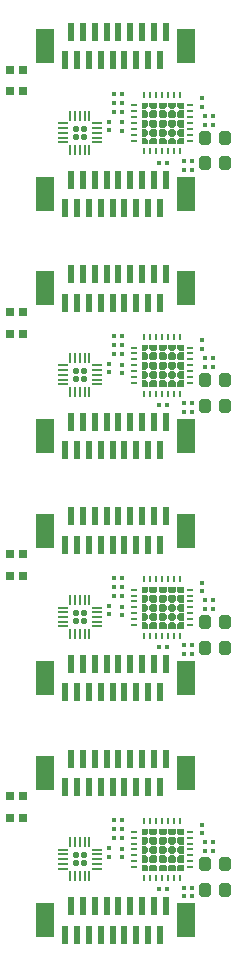
<source format=gbr>
%TF.GenerationSoftware,KiCad,Pcbnew,7.0.2-6a45011f42~172~ubuntu22.04.1*%
%TF.CreationDate,2023-05-08T14:44:33+01:00*%
%TF.ProjectId,panel,70616e65-6c2e-46b6-9963-61645f706362,rev?*%
%TF.SameCoordinates,Original*%
%TF.FileFunction,Paste,Top*%
%TF.FilePolarity,Positive*%
%FSLAX46Y46*%
G04 Gerber Fmt 4.6, Leading zero omitted, Abs format (unit mm)*
G04 Created by KiCad (PCBNEW 7.0.2-6a45011f42~172~ubuntu22.04.1) date 2023-05-08 14:44:33*
%MOMM*%
%LPD*%
G01*
G04 APERTURE LIST*
G04 Aperture macros list*
%AMRoundRect*
0 Rectangle with rounded corners*
0 $1 Rounding radius*
0 $2 $3 $4 $5 $6 $7 $8 $9 X,Y pos of 4 corners*
0 Add a 4 corners polygon primitive as box body*
4,1,4,$2,$3,$4,$5,$6,$7,$8,$9,$2,$3,0*
0 Add four circle primitives for the rounded corners*
1,1,$1+$1,$2,$3*
1,1,$1+$1,$4,$5*
1,1,$1+$1,$6,$7*
1,1,$1+$1,$8,$9*
0 Add four rect primitives between the rounded corners*
20,1,$1+$1,$2,$3,$4,$5,0*
20,1,$1+$1,$4,$5,$6,$7,0*
20,1,$1+$1,$6,$7,$8,$9,0*
20,1,$1+$1,$8,$9,$2,$3,0*%
G04 Aperture macros list end*
%ADD10C,0.100000*%
%ADD11R,0.500000X1.600000*%
%ADD12R,1.500000X2.900000*%
%ADD13RoundRect,0.125000X0.125000X0.125000X-0.125000X0.125000X-0.125000X-0.125000X0.125000X-0.125000X0*%
%ADD14RoundRect,0.050000X0.375000X0.050000X-0.375000X0.050000X-0.375000X-0.050000X0.375000X-0.050000X0*%
%ADD15RoundRect,0.050000X0.050000X0.375000X-0.050000X0.375000X-0.050000X-0.375000X0.050000X-0.375000X0*%
%ADD16RoundRect,0.079500X0.079500X0.100500X-0.079500X0.100500X-0.079500X-0.100500X0.079500X-0.100500X0*%
%ADD17R,0.250000X0.600000*%
%ADD18R,0.600000X0.250000*%
%ADD19RoundRect,0.079500X-0.079500X-0.100500X0.079500X-0.100500X0.079500X0.100500X-0.079500X0.100500X0*%
%ADD20R,0.700000X0.700000*%
%ADD21RoundRect,0.079500X0.100500X-0.079500X0.100500X0.079500X-0.100500X0.079500X-0.100500X-0.079500X0*%
%ADD22RoundRect,0.079500X-0.100500X0.079500X-0.100500X-0.079500X0.100500X-0.079500X0.100500X0.079500X0*%
%ADD23RoundRect,0.237500X0.237500X0.362500X-0.237500X0.362500X-0.237500X-0.362500X0.237500X-0.362500X0*%
%ADD24RoundRect,0.237500X-0.237500X0.362500X-0.237500X-0.362500X0.237500X-0.362500X0.237500X0.362500X0*%
G04 APERTURE END LIST*
%TO.C,U1*%
D10*
X23675071Y-35718902D02*
X23372522Y-35718902D01*
X23231101Y-35577481D01*
X23231101Y-35274932D01*
X23675071Y-35274932D01*
X23675071Y-35718902D01*
G36*
X23675071Y-35718902D02*
G01*
X23372522Y-35718902D01*
X23231101Y-35577481D01*
X23231101Y-35274932D01*
X23675071Y-35274932D01*
X23675071Y-35718902D01*
G37*
X20668901Y-35577481D02*
X20527480Y-35718902D01*
X20224931Y-35718902D01*
X20224931Y-35274932D01*
X20668901Y-35274932D01*
X20668901Y-35577481D01*
G36*
X20668901Y-35577481D02*
G01*
X20527480Y-35718902D01*
X20224931Y-35718902D01*
X20224931Y-35274932D01*
X20668901Y-35274932D01*
X20668901Y-35577481D01*
G37*
X23675071Y-38725072D02*
X23231101Y-38725072D01*
X23231101Y-38422523D01*
X23372522Y-38281102D01*
X23675071Y-38281102D01*
X23675071Y-38725072D01*
G36*
X23675071Y-38725072D02*
G01*
X23231101Y-38725072D01*
X23231101Y-38422523D01*
X23372522Y-38281102D01*
X23675071Y-38281102D01*
X23675071Y-38725072D01*
G37*
X20668901Y-38422523D02*
X20668901Y-38725072D01*
X20224931Y-38725072D01*
X20224931Y-38281102D01*
X20527480Y-38281102D01*
X20668901Y-38422523D01*
G36*
X20668901Y-38422523D02*
G01*
X20668901Y-38725072D01*
X20224931Y-38725072D01*
X20224931Y-38281102D01*
X20527480Y-38281102D01*
X20668901Y-38422523D01*
G37*
X23031101Y-35577481D02*
X22889680Y-35718902D01*
X22585122Y-35718902D01*
X22443701Y-35577481D01*
X22443701Y-35274932D01*
X23031101Y-35274932D01*
X23031101Y-35577481D01*
G36*
X23031101Y-35577481D02*
G01*
X22889680Y-35718902D01*
X22585122Y-35718902D01*
X22443701Y-35577481D01*
X22443701Y-35274932D01*
X23031101Y-35274932D01*
X23031101Y-35577481D01*
G37*
X22243701Y-35577481D02*
X22102280Y-35718902D01*
X21797722Y-35718902D01*
X21656301Y-35577481D01*
X21656301Y-35274932D01*
X22243701Y-35274932D01*
X22243701Y-35577481D01*
G36*
X22243701Y-35577481D02*
G01*
X22102280Y-35718902D01*
X21797722Y-35718902D01*
X21656301Y-35577481D01*
X21656301Y-35274932D01*
X22243701Y-35274932D01*
X22243701Y-35577481D01*
G37*
X21456301Y-35577481D02*
X21314880Y-35718902D01*
X21010322Y-35718902D01*
X20868901Y-35577481D01*
X20868901Y-35274932D01*
X21456301Y-35274932D01*
X21456301Y-35577481D01*
G36*
X21456301Y-35577481D02*
G01*
X21314880Y-35718902D01*
X21010322Y-35718902D01*
X20868901Y-35577481D01*
X20868901Y-35274932D01*
X21456301Y-35274932D01*
X21456301Y-35577481D01*
G37*
X23675071Y-36506302D02*
X23372522Y-36506302D01*
X23231101Y-36364881D01*
X23231101Y-36060323D01*
X23372522Y-35918902D01*
X23675071Y-35918902D01*
X23675071Y-36506302D01*
G36*
X23675071Y-36506302D02*
G01*
X23372522Y-36506302D01*
X23231101Y-36364881D01*
X23231101Y-36060323D01*
X23372522Y-35918902D01*
X23675071Y-35918902D01*
X23675071Y-36506302D01*
G37*
X20668901Y-36060323D02*
X20668901Y-36364881D01*
X20527480Y-36506302D01*
X20224931Y-36506302D01*
X20224931Y-35918902D01*
X20527480Y-35918902D01*
X20668901Y-36060323D01*
G36*
X20668901Y-36060323D02*
G01*
X20668901Y-36364881D01*
X20527480Y-36506302D01*
X20224931Y-36506302D01*
X20224931Y-35918902D01*
X20527480Y-35918902D01*
X20668901Y-36060323D01*
G37*
X23675071Y-37293702D02*
X23372522Y-37293702D01*
X23231101Y-37152281D01*
X23231101Y-36847723D01*
X23372522Y-36706302D01*
X23675071Y-36706302D01*
X23675071Y-37293702D01*
G36*
X23675071Y-37293702D02*
G01*
X23372522Y-37293702D01*
X23231101Y-37152281D01*
X23231101Y-36847723D01*
X23372522Y-36706302D01*
X23675071Y-36706302D01*
X23675071Y-37293702D01*
G37*
X20668901Y-36847723D02*
X20668901Y-37152281D01*
X20527480Y-37293702D01*
X20224931Y-37293702D01*
X20224931Y-36706302D01*
X20527480Y-36706302D01*
X20668901Y-36847723D01*
G36*
X20668901Y-36847723D02*
G01*
X20668901Y-37152281D01*
X20527480Y-37293702D01*
X20224931Y-37293702D01*
X20224931Y-36706302D01*
X20527480Y-36706302D01*
X20668901Y-36847723D01*
G37*
X23675071Y-38081102D02*
X23372522Y-38081102D01*
X23231101Y-37939681D01*
X23231101Y-37635123D01*
X23372522Y-37493702D01*
X23675071Y-37493702D01*
X23675071Y-38081102D01*
G36*
X23675071Y-38081102D02*
G01*
X23372522Y-38081102D01*
X23231101Y-37939681D01*
X23231101Y-37635123D01*
X23372522Y-37493702D01*
X23675071Y-37493702D01*
X23675071Y-38081102D01*
G37*
X20668901Y-37635123D02*
X20668901Y-37939681D01*
X20527480Y-38081102D01*
X20224931Y-38081102D01*
X20224931Y-37493702D01*
X20527480Y-37493702D01*
X20668901Y-37635123D01*
G36*
X20668901Y-37635123D02*
G01*
X20668901Y-37939681D01*
X20527480Y-38081102D01*
X20224931Y-38081102D01*
X20224931Y-37493702D01*
X20527480Y-37493702D01*
X20668901Y-37635123D01*
G37*
X23031101Y-38422523D02*
X23031101Y-38725072D01*
X22443701Y-38725072D01*
X22443701Y-38422523D01*
X22585122Y-38281102D01*
X22889680Y-38281102D01*
X23031101Y-38422523D01*
G36*
X23031101Y-38422523D02*
G01*
X23031101Y-38725072D01*
X22443701Y-38725072D01*
X22443701Y-38422523D01*
X22585122Y-38281102D01*
X22889680Y-38281102D01*
X23031101Y-38422523D01*
G37*
X22243701Y-38422523D02*
X22243701Y-38725072D01*
X21656301Y-38725072D01*
X21656301Y-38422523D01*
X21797722Y-38281102D01*
X22102280Y-38281102D01*
X22243701Y-38422523D01*
G36*
X22243701Y-38422523D02*
G01*
X22243701Y-38725072D01*
X21656301Y-38725072D01*
X21656301Y-38422523D01*
X21797722Y-38281102D01*
X22102280Y-38281102D01*
X22243701Y-38422523D01*
G37*
X21456301Y-38422523D02*
X21456301Y-38725072D01*
X20868901Y-38725072D01*
X20868901Y-38422523D01*
X21010322Y-38281102D01*
X21314880Y-38281102D01*
X21456301Y-38422523D01*
G36*
X21456301Y-38422523D02*
G01*
X21456301Y-38725072D01*
X20868901Y-38725072D01*
X20868901Y-38422523D01*
X21010322Y-38281102D01*
X21314880Y-38281102D01*
X21456301Y-38422523D01*
G37*
X23031101Y-36060323D02*
X23031101Y-36364881D01*
X22889680Y-36506302D01*
X22585122Y-36506302D01*
X22443701Y-36364881D01*
X22443701Y-36060323D01*
X22585122Y-35918902D01*
X22889680Y-35918902D01*
X23031101Y-36060323D01*
G36*
X23031101Y-36060323D02*
G01*
X23031101Y-36364881D01*
X22889680Y-36506302D01*
X22585122Y-36506302D01*
X22443701Y-36364881D01*
X22443701Y-36060323D01*
X22585122Y-35918902D01*
X22889680Y-35918902D01*
X23031101Y-36060323D01*
G37*
X22243701Y-36060323D02*
X22243701Y-36364881D01*
X22102280Y-36506302D01*
X21797722Y-36506302D01*
X21656301Y-36364881D01*
X21656301Y-36060323D01*
X21797722Y-35918902D01*
X22102280Y-35918902D01*
X22243701Y-36060323D01*
G36*
X22243701Y-36060323D02*
G01*
X22243701Y-36364881D01*
X22102280Y-36506302D01*
X21797722Y-36506302D01*
X21656301Y-36364881D01*
X21656301Y-36060323D01*
X21797722Y-35918902D01*
X22102280Y-35918902D01*
X22243701Y-36060323D01*
G37*
X21456301Y-36060323D02*
X21456301Y-36364881D01*
X21314880Y-36506302D01*
X21010322Y-36506302D01*
X20868901Y-36364881D01*
X20868901Y-36060323D01*
X21010322Y-35918902D01*
X21314880Y-35918902D01*
X21456301Y-36060323D01*
G36*
X21456301Y-36060323D02*
G01*
X21456301Y-36364881D01*
X21314880Y-36506302D01*
X21010322Y-36506302D01*
X20868901Y-36364881D01*
X20868901Y-36060323D01*
X21010322Y-35918902D01*
X21314880Y-35918902D01*
X21456301Y-36060323D01*
G37*
X23031101Y-36847723D02*
X23031101Y-37152281D01*
X22889680Y-37293702D01*
X22585122Y-37293702D01*
X22443701Y-37152281D01*
X22443701Y-36847723D01*
X22585122Y-36706302D01*
X22889680Y-36706302D01*
X23031101Y-36847723D01*
G36*
X23031101Y-36847723D02*
G01*
X23031101Y-37152281D01*
X22889680Y-37293702D01*
X22585122Y-37293702D01*
X22443701Y-37152281D01*
X22443701Y-36847723D01*
X22585122Y-36706302D01*
X22889680Y-36706302D01*
X23031101Y-36847723D01*
G37*
X22243701Y-36847723D02*
X22243701Y-37152281D01*
X22102280Y-37293702D01*
X21797722Y-37293702D01*
X21656301Y-37152281D01*
X21656301Y-36847723D01*
X21797722Y-36706302D01*
X22102280Y-36706302D01*
X22243701Y-36847723D01*
G36*
X22243701Y-36847723D02*
G01*
X22243701Y-37152281D01*
X22102280Y-37293702D01*
X21797722Y-37293702D01*
X21656301Y-37152281D01*
X21656301Y-36847723D01*
X21797722Y-36706302D01*
X22102280Y-36706302D01*
X22243701Y-36847723D01*
G37*
X21456301Y-36847723D02*
X21456301Y-37152281D01*
X21314880Y-37293702D01*
X21010322Y-37293702D01*
X20868901Y-37152281D01*
X20868901Y-36847723D01*
X21010322Y-36706302D01*
X21314880Y-36706302D01*
X21456301Y-36847723D01*
G36*
X21456301Y-36847723D02*
G01*
X21456301Y-37152281D01*
X21314880Y-37293702D01*
X21010322Y-37293702D01*
X20868901Y-37152281D01*
X20868901Y-36847723D01*
X21010322Y-36706302D01*
X21314880Y-36706302D01*
X21456301Y-36847723D01*
G37*
X23031101Y-37635123D02*
X23031101Y-37939681D01*
X22889680Y-38081102D01*
X22585122Y-38081102D01*
X22443701Y-37939681D01*
X22443701Y-37635123D01*
X22585122Y-37493702D01*
X22889680Y-37493702D01*
X23031101Y-37635123D01*
G36*
X23031101Y-37635123D02*
G01*
X23031101Y-37939681D01*
X22889680Y-38081102D01*
X22585122Y-38081102D01*
X22443701Y-37939681D01*
X22443701Y-37635123D01*
X22585122Y-37493702D01*
X22889680Y-37493702D01*
X23031101Y-37635123D01*
G37*
X22243701Y-37635123D02*
X22243701Y-37939681D01*
X22102280Y-38081102D01*
X21797722Y-38081102D01*
X21656301Y-37939681D01*
X21656301Y-37635123D01*
X21797722Y-37493702D01*
X22102280Y-37493702D01*
X22243701Y-37635123D01*
G36*
X22243701Y-37635123D02*
G01*
X22243701Y-37939681D01*
X22102280Y-38081102D01*
X21797722Y-38081102D01*
X21656301Y-37939681D01*
X21656301Y-37635123D01*
X21797722Y-37493702D01*
X22102280Y-37493702D01*
X22243701Y-37635123D01*
G37*
X21456301Y-37635123D02*
X21456301Y-37939681D01*
X21314880Y-38081102D01*
X21010322Y-38081102D01*
X20868901Y-37939681D01*
X20868901Y-37635123D01*
X21010322Y-37493702D01*
X21314880Y-37493702D01*
X21456301Y-37635123D01*
G36*
X21456301Y-37635123D02*
G01*
X21456301Y-37939681D01*
X21314880Y-38081102D01*
X21010322Y-38081102D01*
X20868901Y-37939681D01*
X20868901Y-37635123D01*
X21010322Y-37493702D01*
X21314880Y-37493702D01*
X21456301Y-37635123D01*
G37*
X23675071Y-56218903D02*
X23372522Y-56218903D01*
X23231101Y-56077482D01*
X23231101Y-55774933D01*
X23675071Y-55774933D01*
X23675071Y-56218903D01*
G36*
X23675071Y-56218903D02*
G01*
X23372522Y-56218903D01*
X23231101Y-56077482D01*
X23231101Y-55774933D01*
X23675071Y-55774933D01*
X23675071Y-56218903D01*
G37*
X20668901Y-56077482D02*
X20527480Y-56218903D01*
X20224931Y-56218903D01*
X20224931Y-55774933D01*
X20668901Y-55774933D01*
X20668901Y-56077482D01*
G36*
X20668901Y-56077482D02*
G01*
X20527480Y-56218903D01*
X20224931Y-56218903D01*
X20224931Y-55774933D01*
X20668901Y-55774933D01*
X20668901Y-56077482D01*
G37*
X23675071Y-59225073D02*
X23231101Y-59225073D01*
X23231101Y-58922524D01*
X23372522Y-58781103D01*
X23675071Y-58781103D01*
X23675071Y-59225073D01*
G36*
X23675071Y-59225073D02*
G01*
X23231101Y-59225073D01*
X23231101Y-58922524D01*
X23372522Y-58781103D01*
X23675071Y-58781103D01*
X23675071Y-59225073D01*
G37*
X20668901Y-58922524D02*
X20668901Y-59225073D01*
X20224931Y-59225073D01*
X20224931Y-58781103D01*
X20527480Y-58781103D01*
X20668901Y-58922524D01*
G36*
X20668901Y-58922524D02*
G01*
X20668901Y-59225073D01*
X20224931Y-59225073D01*
X20224931Y-58781103D01*
X20527480Y-58781103D01*
X20668901Y-58922524D01*
G37*
X23031101Y-56077482D02*
X22889680Y-56218903D01*
X22585122Y-56218903D01*
X22443701Y-56077482D01*
X22443701Y-55774933D01*
X23031101Y-55774933D01*
X23031101Y-56077482D01*
G36*
X23031101Y-56077482D02*
G01*
X22889680Y-56218903D01*
X22585122Y-56218903D01*
X22443701Y-56077482D01*
X22443701Y-55774933D01*
X23031101Y-55774933D01*
X23031101Y-56077482D01*
G37*
X22243701Y-56077482D02*
X22102280Y-56218903D01*
X21797722Y-56218903D01*
X21656301Y-56077482D01*
X21656301Y-55774933D01*
X22243701Y-55774933D01*
X22243701Y-56077482D01*
G36*
X22243701Y-56077482D02*
G01*
X22102280Y-56218903D01*
X21797722Y-56218903D01*
X21656301Y-56077482D01*
X21656301Y-55774933D01*
X22243701Y-55774933D01*
X22243701Y-56077482D01*
G37*
X21456301Y-56077482D02*
X21314880Y-56218903D01*
X21010322Y-56218903D01*
X20868901Y-56077482D01*
X20868901Y-55774933D01*
X21456301Y-55774933D01*
X21456301Y-56077482D01*
G36*
X21456301Y-56077482D02*
G01*
X21314880Y-56218903D01*
X21010322Y-56218903D01*
X20868901Y-56077482D01*
X20868901Y-55774933D01*
X21456301Y-55774933D01*
X21456301Y-56077482D01*
G37*
X23675071Y-57006303D02*
X23372522Y-57006303D01*
X23231101Y-56864882D01*
X23231101Y-56560324D01*
X23372522Y-56418903D01*
X23675071Y-56418903D01*
X23675071Y-57006303D01*
G36*
X23675071Y-57006303D02*
G01*
X23372522Y-57006303D01*
X23231101Y-56864882D01*
X23231101Y-56560324D01*
X23372522Y-56418903D01*
X23675071Y-56418903D01*
X23675071Y-57006303D01*
G37*
X20668901Y-56560324D02*
X20668901Y-56864882D01*
X20527480Y-57006303D01*
X20224931Y-57006303D01*
X20224931Y-56418903D01*
X20527480Y-56418903D01*
X20668901Y-56560324D01*
G36*
X20668901Y-56560324D02*
G01*
X20668901Y-56864882D01*
X20527480Y-57006303D01*
X20224931Y-57006303D01*
X20224931Y-56418903D01*
X20527480Y-56418903D01*
X20668901Y-56560324D01*
G37*
X23675071Y-57793703D02*
X23372522Y-57793703D01*
X23231101Y-57652282D01*
X23231101Y-57347724D01*
X23372522Y-57206303D01*
X23675071Y-57206303D01*
X23675071Y-57793703D01*
G36*
X23675071Y-57793703D02*
G01*
X23372522Y-57793703D01*
X23231101Y-57652282D01*
X23231101Y-57347724D01*
X23372522Y-57206303D01*
X23675071Y-57206303D01*
X23675071Y-57793703D01*
G37*
X20668901Y-57347724D02*
X20668901Y-57652282D01*
X20527480Y-57793703D01*
X20224931Y-57793703D01*
X20224931Y-57206303D01*
X20527480Y-57206303D01*
X20668901Y-57347724D01*
G36*
X20668901Y-57347724D02*
G01*
X20668901Y-57652282D01*
X20527480Y-57793703D01*
X20224931Y-57793703D01*
X20224931Y-57206303D01*
X20527480Y-57206303D01*
X20668901Y-57347724D01*
G37*
X23675071Y-58581103D02*
X23372522Y-58581103D01*
X23231101Y-58439682D01*
X23231101Y-58135124D01*
X23372522Y-57993703D01*
X23675071Y-57993703D01*
X23675071Y-58581103D01*
G36*
X23675071Y-58581103D02*
G01*
X23372522Y-58581103D01*
X23231101Y-58439682D01*
X23231101Y-58135124D01*
X23372522Y-57993703D01*
X23675071Y-57993703D01*
X23675071Y-58581103D01*
G37*
X20668901Y-58135124D02*
X20668901Y-58439682D01*
X20527480Y-58581103D01*
X20224931Y-58581103D01*
X20224931Y-57993703D01*
X20527480Y-57993703D01*
X20668901Y-58135124D01*
G36*
X20668901Y-58135124D02*
G01*
X20668901Y-58439682D01*
X20527480Y-58581103D01*
X20224931Y-58581103D01*
X20224931Y-57993703D01*
X20527480Y-57993703D01*
X20668901Y-58135124D01*
G37*
X23031101Y-58922524D02*
X23031101Y-59225073D01*
X22443701Y-59225073D01*
X22443701Y-58922524D01*
X22585122Y-58781103D01*
X22889680Y-58781103D01*
X23031101Y-58922524D01*
G36*
X23031101Y-58922524D02*
G01*
X23031101Y-59225073D01*
X22443701Y-59225073D01*
X22443701Y-58922524D01*
X22585122Y-58781103D01*
X22889680Y-58781103D01*
X23031101Y-58922524D01*
G37*
X22243701Y-58922524D02*
X22243701Y-59225073D01*
X21656301Y-59225073D01*
X21656301Y-58922524D01*
X21797722Y-58781103D01*
X22102280Y-58781103D01*
X22243701Y-58922524D01*
G36*
X22243701Y-58922524D02*
G01*
X22243701Y-59225073D01*
X21656301Y-59225073D01*
X21656301Y-58922524D01*
X21797722Y-58781103D01*
X22102280Y-58781103D01*
X22243701Y-58922524D01*
G37*
X21456301Y-58922524D02*
X21456301Y-59225073D01*
X20868901Y-59225073D01*
X20868901Y-58922524D01*
X21010322Y-58781103D01*
X21314880Y-58781103D01*
X21456301Y-58922524D01*
G36*
X21456301Y-58922524D02*
G01*
X21456301Y-59225073D01*
X20868901Y-59225073D01*
X20868901Y-58922524D01*
X21010322Y-58781103D01*
X21314880Y-58781103D01*
X21456301Y-58922524D01*
G37*
X23031101Y-56560324D02*
X23031101Y-56864882D01*
X22889680Y-57006303D01*
X22585122Y-57006303D01*
X22443701Y-56864882D01*
X22443701Y-56560324D01*
X22585122Y-56418903D01*
X22889680Y-56418903D01*
X23031101Y-56560324D01*
G36*
X23031101Y-56560324D02*
G01*
X23031101Y-56864882D01*
X22889680Y-57006303D01*
X22585122Y-57006303D01*
X22443701Y-56864882D01*
X22443701Y-56560324D01*
X22585122Y-56418903D01*
X22889680Y-56418903D01*
X23031101Y-56560324D01*
G37*
X22243701Y-56560324D02*
X22243701Y-56864882D01*
X22102280Y-57006303D01*
X21797722Y-57006303D01*
X21656301Y-56864882D01*
X21656301Y-56560324D01*
X21797722Y-56418903D01*
X22102280Y-56418903D01*
X22243701Y-56560324D01*
G36*
X22243701Y-56560324D02*
G01*
X22243701Y-56864882D01*
X22102280Y-57006303D01*
X21797722Y-57006303D01*
X21656301Y-56864882D01*
X21656301Y-56560324D01*
X21797722Y-56418903D01*
X22102280Y-56418903D01*
X22243701Y-56560324D01*
G37*
X21456301Y-56560324D02*
X21456301Y-56864882D01*
X21314880Y-57006303D01*
X21010322Y-57006303D01*
X20868901Y-56864882D01*
X20868901Y-56560324D01*
X21010322Y-56418903D01*
X21314880Y-56418903D01*
X21456301Y-56560324D01*
G36*
X21456301Y-56560324D02*
G01*
X21456301Y-56864882D01*
X21314880Y-57006303D01*
X21010322Y-57006303D01*
X20868901Y-56864882D01*
X20868901Y-56560324D01*
X21010322Y-56418903D01*
X21314880Y-56418903D01*
X21456301Y-56560324D01*
G37*
X23031101Y-57347724D02*
X23031101Y-57652282D01*
X22889680Y-57793703D01*
X22585122Y-57793703D01*
X22443701Y-57652282D01*
X22443701Y-57347724D01*
X22585122Y-57206303D01*
X22889680Y-57206303D01*
X23031101Y-57347724D01*
G36*
X23031101Y-57347724D02*
G01*
X23031101Y-57652282D01*
X22889680Y-57793703D01*
X22585122Y-57793703D01*
X22443701Y-57652282D01*
X22443701Y-57347724D01*
X22585122Y-57206303D01*
X22889680Y-57206303D01*
X23031101Y-57347724D01*
G37*
X22243701Y-57347724D02*
X22243701Y-57652282D01*
X22102280Y-57793703D01*
X21797722Y-57793703D01*
X21656301Y-57652282D01*
X21656301Y-57347724D01*
X21797722Y-57206303D01*
X22102280Y-57206303D01*
X22243701Y-57347724D01*
G36*
X22243701Y-57347724D02*
G01*
X22243701Y-57652282D01*
X22102280Y-57793703D01*
X21797722Y-57793703D01*
X21656301Y-57652282D01*
X21656301Y-57347724D01*
X21797722Y-57206303D01*
X22102280Y-57206303D01*
X22243701Y-57347724D01*
G37*
X21456301Y-57347724D02*
X21456301Y-57652282D01*
X21314880Y-57793703D01*
X21010322Y-57793703D01*
X20868901Y-57652282D01*
X20868901Y-57347724D01*
X21010322Y-57206303D01*
X21314880Y-57206303D01*
X21456301Y-57347724D01*
G36*
X21456301Y-57347724D02*
G01*
X21456301Y-57652282D01*
X21314880Y-57793703D01*
X21010322Y-57793703D01*
X20868901Y-57652282D01*
X20868901Y-57347724D01*
X21010322Y-57206303D01*
X21314880Y-57206303D01*
X21456301Y-57347724D01*
G37*
X23031101Y-58135124D02*
X23031101Y-58439682D01*
X22889680Y-58581103D01*
X22585122Y-58581103D01*
X22443701Y-58439682D01*
X22443701Y-58135124D01*
X22585122Y-57993703D01*
X22889680Y-57993703D01*
X23031101Y-58135124D01*
G36*
X23031101Y-58135124D02*
G01*
X23031101Y-58439682D01*
X22889680Y-58581103D01*
X22585122Y-58581103D01*
X22443701Y-58439682D01*
X22443701Y-58135124D01*
X22585122Y-57993703D01*
X22889680Y-57993703D01*
X23031101Y-58135124D01*
G37*
X22243701Y-58135124D02*
X22243701Y-58439682D01*
X22102280Y-58581103D01*
X21797722Y-58581103D01*
X21656301Y-58439682D01*
X21656301Y-58135124D01*
X21797722Y-57993703D01*
X22102280Y-57993703D01*
X22243701Y-58135124D01*
G36*
X22243701Y-58135124D02*
G01*
X22243701Y-58439682D01*
X22102280Y-58581103D01*
X21797722Y-58581103D01*
X21656301Y-58439682D01*
X21656301Y-58135124D01*
X21797722Y-57993703D01*
X22102280Y-57993703D01*
X22243701Y-58135124D01*
G37*
X21456301Y-58135124D02*
X21456301Y-58439682D01*
X21314880Y-58581103D01*
X21010322Y-58581103D01*
X20868901Y-58439682D01*
X20868901Y-58135124D01*
X21010322Y-57993703D01*
X21314880Y-57993703D01*
X21456301Y-58135124D01*
G36*
X21456301Y-58135124D02*
G01*
X21456301Y-58439682D01*
X21314880Y-58581103D01*
X21010322Y-58581103D01*
X20868901Y-58439682D01*
X20868901Y-58135124D01*
X21010322Y-57993703D01*
X21314880Y-57993703D01*
X21456301Y-58135124D01*
G37*
X23675071Y-76718904D02*
X23372522Y-76718904D01*
X23231101Y-76577483D01*
X23231101Y-76274934D01*
X23675071Y-76274934D01*
X23675071Y-76718904D01*
G36*
X23675071Y-76718904D02*
G01*
X23372522Y-76718904D01*
X23231101Y-76577483D01*
X23231101Y-76274934D01*
X23675071Y-76274934D01*
X23675071Y-76718904D01*
G37*
X20668901Y-76577483D02*
X20527480Y-76718904D01*
X20224931Y-76718904D01*
X20224931Y-76274934D01*
X20668901Y-76274934D01*
X20668901Y-76577483D01*
G36*
X20668901Y-76577483D02*
G01*
X20527480Y-76718904D01*
X20224931Y-76718904D01*
X20224931Y-76274934D01*
X20668901Y-76274934D01*
X20668901Y-76577483D01*
G37*
X23675071Y-79725074D02*
X23231101Y-79725074D01*
X23231101Y-79422525D01*
X23372522Y-79281104D01*
X23675071Y-79281104D01*
X23675071Y-79725074D01*
G36*
X23675071Y-79725074D02*
G01*
X23231101Y-79725074D01*
X23231101Y-79422525D01*
X23372522Y-79281104D01*
X23675071Y-79281104D01*
X23675071Y-79725074D01*
G37*
X20668901Y-79422525D02*
X20668901Y-79725074D01*
X20224931Y-79725074D01*
X20224931Y-79281104D01*
X20527480Y-79281104D01*
X20668901Y-79422525D01*
G36*
X20668901Y-79422525D02*
G01*
X20668901Y-79725074D01*
X20224931Y-79725074D01*
X20224931Y-79281104D01*
X20527480Y-79281104D01*
X20668901Y-79422525D01*
G37*
X23031101Y-76577483D02*
X22889680Y-76718904D01*
X22585122Y-76718904D01*
X22443701Y-76577483D01*
X22443701Y-76274934D01*
X23031101Y-76274934D01*
X23031101Y-76577483D01*
G36*
X23031101Y-76577483D02*
G01*
X22889680Y-76718904D01*
X22585122Y-76718904D01*
X22443701Y-76577483D01*
X22443701Y-76274934D01*
X23031101Y-76274934D01*
X23031101Y-76577483D01*
G37*
X22243701Y-76577483D02*
X22102280Y-76718904D01*
X21797722Y-76718904D01*
X21656301Y-76577483D01*
X21656301Y-76274934D01*
X22243701Y-76274934D01*
X22243701Y-76577483D01*
G36*
X22243701Y-76577483D02*
G01*
X22102280Y-76718904D01*
X21797722Y-76718904D01*
X21656301Y-76577483D01*
X21656301Y-76274934D01*
X22243701Y-76274934D01*
X22243701Y-76577483D01*
G37*
X21456301Y-76577483D02*
X21314880Y-76718904D01*
X21010322Y-76718904D01*
X20868901Y-76577483D01*
X20868901Y-76274934D01*
X21456301Y-76274934D01*
X21456301Y-76577483D01*
G36*
X21456301Y-76577483D02*
G01*
X21314880Y-76718904D01*
X21010322Y-76718904D01*
X20868901Y-76577483D01*
X20868901Y-76274934D01*
X21456301Y-76274934D01*
X21456301Y-76577483D01*
G37*
X23675071Y-77506304D02*
X23372522Y-77506304D01*
X23231101Y-77364883D01*
X23231101Y-77060325D01*
X23372522Y-76918904D01*
X23675071Y-76918904D01*
X23675071Y-77506304D01*
G36*
X23675071Y-77506304D02*
G01*
X23372522Y-77506304D01*
X23231101Y-77364883D01*
X23231101Y-77060325D01*
X23372522Y-76918904D01*
X23675071Y-76918904D01*
X23675071Y-77506304D01*
G37*
X20668901Y-77060325D02*
X20668901Y-77364883D01*
X20527480Y-77506304D01*
X20224931Y-77506304D01*
X20224931Y-76918904D01*
X20527480Y-76918904D01*
X20668901Y-77060325D01*
G36*
X20668901Y-77060325D02*
G01*
X20668901Y-77364883D01*
X20527480Y-77506304D01*
X20224931Y-77506304D01*
X20224931Y-76918904D01*
X20527480Y-76918904D01*
X20668901Y-77060325D01*
G37*
X23675071Y-78293704D02*
X23372522Y-78293704D01*
X23231101Y-78152283D01*
X23231101Y-77847725D01*
X23372522Y-77706304D01*
X23675071Y-77706304D01*
X23675071Y-78293704D01*
G36*
X23675071Y-78293704D02*
G01*
X23372522Y-78293704D01*
X23231101Y-78152283D01*
X23231101Y-77847725D01*
X23372522Y-77706304D01*
X23675071Y-77706304D01*
X23675071Y-78293704D01*
G37*
X20668901Y-77847725D02*
X20668901Y-78152283D01*
X20527480Y-78293704D01*
X20224931Y-78293704D01*
X20224931Y-77706304D01*
X20527480Y-77706304D01*
X20668901Y-77847725D01*
G36*
X20668901Y-77847725D02*
G01*
X20668901Y-78152283D01*
X20527480Y-78293704D01*
X20224931Y-78293704D01*
X20224931Y-77706304D01*
X20527480Y-77706304D01*
X20668901Y-77847725D01*
G37*
X23675071Y-79081104D02*
X23372522Y-79081104D01*
X23231101Y-78939683D01*
X23231101Y-78635125D01*
X23372522Y-78493704D01*
X23675071Y-78493704D01*
X23675071Y-79081104D01*
G36*
X23675071Y-79081104D02*
G01*
X23372522Y-79081104D01*
X23231101Y-78939683D01*
X23231101Y-78635125D01*
X23372522Y-78493704D01*
X23675071Y-78493704D01*
X23675071Y-79081104D01*
G37*
X20668901Y-78635125D02*
X20668901Y-78939683D01*
X20527480Y-79081104D01*
X20224931Y-79081104D01*
X20224931Y-78493704D01*
X20527480Y-78493704D01*
X20668901Y-78635125D01*
G36*
X20668901Y-78635125D02*
G01*
X20668901Y-78939683D01*
X20527480Y-79081104D01*
X20224931Y-79081104D01*
X20224931Y-78493704D01*
X20527480Y-78493704D01*
X20668901Y-78635125D01*
G37*
X23031101Y-79422525D02*
X23031101Y-79725074D01*
X22443701Y-79725074D01*
X22443701Y-79422525D01*
X22585122Y-79281104D01*
X22889680Y-79281104D01*
X23031101Y-79422525D01*
G36*
X23031101Y-79422525D02*
G01*
X23031101Y-79725074D01*
X22443701Y-79725074D01*
X22443701Y-79422525D01*
X22585122Y-79281104D01*
X22889680Y-79281104D01*
X23031101Y-79422525D01*
G37*
X22243701Y-79422525D02*
X22243701Y-79725074D01*
X21656301Y-79725074D01*
X21656301Y-79422525D01*
X21797722Y-79281104D01*
X22102280Y-79281104D01*
X22243701Y-79422525D01*
G36*
X22243701Y-79422525D02*
G01*
X22243701Y-79725074D01*
X21656301Y-79725074D01*
X21656301Y-79422525D01*
X21797722Y-79281104D01*
X22102280Y-79281104D01*
X22243701Y-79422525D01*
G37*
X21456301Y-79422525D02*
X21456301Y-79725074D01*
X20868901Y-79725074D01*
X20868901Y-79422525D01*
X21010322Y-79281104D01*
X21314880Y-79281104D01*
X21456301Y-79422525D01*
G36*
X21456301Y-79422525D02*
G01*
X21456301Y-79725074D01*
X20868901Y-79725074D01*
X20868901Y-79422525D01*
X21010322Y-79281104D01*
X21314880Y-79281104D01*
X21456301Y-79422525D01*
G37*
X23031101Y-77060325D02*
X23031101Y-77364883D01*
X22889680Y-77506304D01*
X22585122Y-77506304D01*
X22443701Y-77364883D01*
X22443701Y-77060325D01*
X22585122Y-76918904D01*
X22889680Y-76918904D01*
X23031101Y-77060325D01*
G36*
X23031101Y-77060325D02*
G01*
X23031101Y-77364883D01*
X22889680Y-77506304D01*
X22585122Y-77506304D01*
X22443701Y-77364883D01*
X22443701Y-77060325D01*
X22585122Y-76918904D01*
X22889680Y-76918904D01*
X23031101Y-77060325D01*
G37*
X22243701Y-77060325D02*
X22243701Y-77364883D01*
X22102280Y-77506304D01*
X21797722Y-77506304D01*
X21656301Y-77364883D01*
X21656301Y-77060325D01*
X21797722Y-76918904D01*
X22102280Y-76918904D01*
X22243701Y-77060325D01*
G36*
X22243701Y-77060325D02*
G01*
X22243701Y-77364883D01*
X22102280Y-77506304D01*
X21797722Y-77506304D01*
X21656301Y-77364883D01*
X21656301Y-77060325D01*
X21797722Y-76918904D01*
X22102280Y-76918904D01*
X22243701Y-77060325D01*
G37*
X21456301Y-77060325D02*
X21456301Y-77364883D01*
X21314880Y-77506304D01*
X21010322Y-77506304D01*
X20868901Y-77364883D01*
X20868901Y-77060325D01*
X21010322Y-76918904D01*
X21314880Y-76918904D01*
X21456301Y-77060325D01*
G36*
X21456301Y-77060325D02*
G01*
X21456301Y-77364883D01*
X21314880Y-77506304D01*
X21010322Y-77506304D01*
X20868901Y-77364883D01*
X20868901Y-77060325D01*
X21010322Y-76918904D01*
X21314880Y-76918904D01*
X21456301Y-77060325D01*
G37*
X23031101Y-77847725D02*
X23031101Y-78152283D01*
X22889680Y-78293704D01*
X22585122Y-78293704D01*
X22443701Y-78152283D01*
X22443701Y-77847725D01*
X22585122Y-77706304D01*
X22889680Y-77706304D01*
X23031101Y-77847725D01*
G36*
X23031101Y-77847725D02*
G01*
X23031101Y-78152283D01*
X22889680Y-78293704D01*
X22585122Y-78293704D01*
X22443701Y-78152283D01*
X22443701Y-77847725D01*
X22585122Y-77706304D01*
X22889680Y-77706304D01*
X23031101Y-77847725D01*
G37*
X22243701Y-77847725D02*
X22243701Y-78152283D01*
X22102280Y-78293704D01*
X21797722Y-78293704D01*
X21656301Y-78152283D01*
X21656301Y-77847725D01*
X21797722Y-77706304D01*
X22102280Y-77706304D01*
X22243701Y-77847725D01*
G36*
X22243701Y-77847725D02*
G01*
X22243701Y-78152283D01*
X22102280Y-78293704D01*
X21797722Y-78293704D01*
X21656301Y-78152283D01*
X21656301Y-77847725D01*
X21797722Y-77706304D01*
X22102280Y-77706304D01*
X22243701Y-77847725D01*
G37*
X21456301Y-77847725D02*
X21456301Y-78152283D01*
X21314880Y-78293704D01*
X21010322Y-78293704D01*
X20868901Y-78152283D01*
X20868901Y-77847725D01*
X21010322Y-77706304D01*
X21314880Y-77706304D01*
X21456301Y-77847725D01*
G36*
X21456301Y-77847725D02*
G01*
X21456301Y-78152283D01*
X21314880Y-78293704D01*
X21010322Y-78293704D01*
X20868901Y-78152283D01*
X20868901Y-77847725D01*
X21010322Y-77706304D01*
X21314880Y-77706304D01*
X21456301Y-77847725D01*
G37*
X23031101Y-78635125D02*
X23031101Y-78939683D01*
X22889680Y-79081104D01*
X22585122Y-79081104D01*
X22443701Y-78939683D01*
X22443701Y-78635125D01*
X22585122Y-78493704D01*
X22889680Y-78493704D01*
X23031101Y-78635125D01*
G36*
X23031101Y-78635125D02*
G01*
X23031101Y-78939683D01*
X22889680Y-79081104D01*
X22585122Y-79081104D01*
X22443701Y-78939683D01*
X22443701Y-78635125D01*
X22585122Y-78493704D01*
X22889680Y-78493704D01*
X23031101Y-78635125D01*
G37*
X22243701Y-78635125D02*
X22243701Y-78939683D01*
X22102280Y-79081104D01*
X21797722Y-79081104D01*
X21656301Y-78939683D01*
X21656301Y-78635125D01*
X21797722Y-78493704D01*
X22102280Y-78493704D01*
X22243701Y-78635125D01*
G36*
X22243701Y-78635125D02*
G01*
X22243701Y-78939683D01*
X22102280Y-79081104D01*
X21797722Y-79081104D01*
X21656301Y-78939683D01*
X21656301Y-78635125D01*
X21797722Y-78493704D01*
X22102280Y-78493704D01*
X22243701Y-78635125D01*
G37*
X21456301Y-78635125D02*
X21456301Y-78939683D01*
X21314880Y-79081104D01*
X21010322Y-79081104D01*
X20868901Y-78939683D01*
X20868901Y-78635125D01*
X21010322Y-78493704D01*
X21314880Y-78493704D01*
X21456301Y-78635125D01*
G36*
X21456301Y-78635125D02*
G01*
X21456301Y-78939683D01*
X21314880Y-79081104D01*
X21010322Y-79081104D01*
X20868901Y-78939683D01*
X20868901Y-78635125D01*
X21010322Y-78493704D01*
X21314880Y-78493704D01*
X21456301Y-78635125D01*
G37*
X23675071Y-15218901D02*
X23372522Y-15218901D01*
X23231101Y-15077480D01*
X23231101Y-14774931D01*
X23675071Y-14774931D01*
X23675071Y-15218901D01*
G36*
X23675071Y-15218901D02*
G01*
X23372522Y-15218901D01*
X23231101Y-15077480D01*
X23231101Y-14774931D01*
X23675071Y-14774931D01*
X23675071Y-15218901D01*
G37*
X20668901Y-15077480D02*
X20527480Y-15218901D01*
X20224931Y-15218901D01*
X20224931Y-14774931D01*
X20668901Y-14774931D01*
X20668901Y-15077480D01*
G36*
X20668901Y-15077480D02*
G01*
X20527480Y-15218901D01*
X20224931Y-15218901D01*
X20224931Y-14774931D01*
X20668901Y-14774931D01*
X20668901Y-15077480D01*
G37*
X23675071Y-18225071D02*
X23231101Y-18225071D01*
X23231101Y-17922522D01*
X23372522Y-17781101D01*
X23675071Y-17781101D01*
X23675071Y-18225071D01*
G36*
X23675071Y-18225071D02*
G01*
X23231101Y-18225071D01*
X23231101Y-17922522D01*
X23372522Y-17781101D01*
X23675071Y-17781101D01*
X23675071Y-18225071D01*
G37*
X20668901Y-17922522D02*
X20668901Y-18225071D01*
X20224931Y-18225071D01*
X20224931Y-17781101D01*
X20527480Y-17781101D01*
X20668901Y-17922522D01*
G36*
X20668901Y-17922522D02*
G01*
X20668901Y-18225071D01*
X20224931Y-18225071D01*
X20224931Y-17781101D01*
X20527480Y-17781101D01*
X20668901Y-17922522D01*
G37*
X23031101Y-15077480D02*
X22889680Y-15218901D01*
X22585122Y-15218901D01*
X22443701Y-15077480D01*
X22443701Y-14774931D01*
X23031101Y-14774931D01*
X23031101Y-15077480D01*
G36*
X23031101Y-15077480D02*
G01*
X22889680Y-15218901D01*
X22585122Y-15218901D01*
X22443701Y-15077480D01*
X22443701Y-14774931D01*
X23031101Y-14774931D01*
X23031101Y-15077480D01*
G37*
X22243701Y-15077480D02*
X22102280Y-15218901D01*
X21797722Y-15218901D01*
X21656301Y-15077480D01*
X21656301Y-14774931D01*
X22243701Y-14774931D01*
X22243701Y-15077480D01*
G36*
X22243701Y-15077480D02*
G01*
X22102280Y-15218901D01*
X21797722Y-15218901D01*
X21656301Y-15077480D01*
X21656301Y-14774931D01*
X22243701Y-14774931D01*
X22243701Y-15077480D01*
G37*
X21456301Y-15077480D02*
X21314880Y-15218901D01*
X21010322Y-15218901D01*
X20868901Y-15077480D01*
X20868901Y-14774931D01*
X21456301Y-14774931D01*
X21456301Y-15077480D01*
G36*
X21456301Y-15077480D02*
G01*
X21314880Y-15218901D01*
X21010322Y-15218901D01*
X20868901Y-15077480D01*
X20868901Y-14774931D01*
X21456301Y-14774931D01*
X21456301Y-15077480D01*
G37*
X23675071Y-16006301D02*
X23372522Y-16006301D01*
X23231101Y-15864880D01*
X23231101Y-15560322D01*
X23372522Y-15418901D01*
X23675071Y-15418901D01*
X23675071Y-16006301D01*
G36*
X23675071Y-16006301D02*
G01*
X23372522Y-16006301D01*
X23231101Y-15864880D01*
X23231101Y-15560322D01*
X23372522Y-15418901D01*
X23675071Y-15418901D01*
X23675071Y-16006301D01*
G37*
X20668901Y-15560322D02*
X20668901Y-15864880D01*
X20527480Y-16006301D01*
X20224931Y-16006301D01*
X20224931Y-15418901D01*
X20527480Y-15418901D01*
X20668901Y-15560322D01*
G36*
X20668901Y-15560322D02*
G01*
X20668901Y-15864880D01*
X20527480Y-16006301D01*
X20224931Y-16006301D01*
X20224931Y-15418901D01*
X20527480Y-15418901D01*
X20668901Y-15560322D01*
G37*
X23675071Y-16793701D02*
X23372522Y-16793701D01*
X23231101Y-16652280D01*
X23231101Y-16347722D01*
X23372522Y-16206301D01*
X23675071Y-16206301D01*
X23675071Y-16793701D01*
G36*
X23675071Y-16793701D02*
G01*
X23372522Y-16793701D01*
X23231101Y-16652280D01*
X23231101Y-16347722D01*
X23372522Y-16206301D01*
X23675071Y-16206301D01*
X23675071Y-16793701D01*
G37*
X20668901Y-16347722D02*
X20668901Y-16652280D01*
X20527480Y-16793701D01*
X20224931Y-16793701D01*
X20224931Y-16206301D01*
X20527480Y-16206301D01*
X20668901Y-16347722D01*
G36*
X20668901Y-16347722D02*
G01*
X20668901Y-16652280D01*
X20527480Y-16793701D01*
X20224931Y-16793701D01*
X20224931Y-16206301D01*
X20527480Y-16206301D01*
X20668901Y-16347722D01*
G37*
X23675071Y-17581101D02*
X23372522Y-17581101D01*
X23231101Y-17439680D01*
X23231101Y-17135122D01*
X23372522Y-16993701D01*
X23675071Y-16993701D01*
X23675071Y-17581101D01*
G36*
X23675071Y-17581101D02*
G01*
X23372522Y-17581101D01*
X23231101Y-17439680D01*
X23231101Y-17135122D01*
X23372522Y-16993701D01*
X23675071Y-16993701D01*
X23675071Y-17581101D01*
G37*
X20668901Y-17135122D02*
X20668901Y-17439680D01*
X20527480Y-17581101D01*
X20224931Y-17581101D01*
X20224931Y-16993701D01*
X20527480Y-16993701D01*
X20668901Y-17135122D01*
G36*
X20668901Y-17135122D02*
G01*
X20668901Y-17439680D01*
X20527480Y-17581101D01*
X20224931Y-17581101D01*
X20224931Y-16993701D01*
X20527480Y-16993701D01*
X20668901Y-17135122D01*
G37*
X23031101Y-17922522D02*
X23031101Y-18225071D01*
X22443701Y-18225071D01*
X22443701Y-17922522D01*
X22585122Y-17781101D01*
X22889680Y-17781101D01*
X23031101Y-17922522D01*
G36*
X23031101Y-17922522D02*
G01*
X23031101Y-18225071D01*
X22443701Y-18225071D01*
X22443701Y-17922522D01*
X22585122Y-17781101D01*
X22889680Y-17781101D01*
X23031101Y-17922522D01*
G37*
X22243701Y-17922522D02*
X22243701Y-18225071D01*
X21656301Y-18225071D01*
X21656301Y-17922522D01*
X21797722Y-17781101D01*
X22102280Y-17781101D01*
X22243701Y-17922522D01*
G36*
X22243701Y-17922522D02*
G01*
X22243701Y-18225071D01*
X21656301Y-18225071D01*
X21656301Y-17922522D01*
X21797722Y-17781101D01*
X22102280Y-17781101D01*
X22243701Y-17922522D01*
G37*
X21456301Y-17922522D02*
X21456301Y-18225071D01*
X20868901Y-18225071D01*
X20868901Y-17922522D01*
X21010322Y-17781101D01*
X21314880Y-17781101D01*
X21456301Y-17922522D01*
G36*
X21456301Y-17922522D02*
G01*
X21456301Y-18225071D01*
X20868901Y-18225071D01*
X20868901Y-17922522D01*
X21010322Y-17781101D01*
X21314880Y-17781101D01*
X21456301Y-17922522D01*
G37*
X23031101Y-15560322D02*
X23031101Y-15864880D01*
X22889680Y-16006301D01*
X22585122Y-16006301D01*
X22443701Y-15864880D01*
X22443701Y-15560322D01*
X22585122Y-15418901D01*
X22889680Y-15418901D01*
X23031101Y-15560322D01*
G36*
X23031101Y-15560322D02*
G01*
X23031101Y-15864880D01*
X22889680Y-16006301D01*
X22585122Y-16006301D01*
X22443701Y-15864880D01*
X22443701Y-15560322D01*
X22585122Y-15418901D01*
X22889680Y-15418901D01*
X23031101Y-15560322D01*
G37*
X22243701Y-15560322D02*
X22243701Y-15864880D01*
X22102280Y-16006301D01*
X21797722Y-16006301D01*
X21656301Y-15864880D01*
X21656301Y-15560322D01*
X21797722Y-15418901D01*
X22102280Y-15418901D01*
X22243701Y-15560322D01*
G36*
X22243701Y-15560322D02*
G01*
X22243701Y-15864880D01*
X22102280Y-16006301D01*
X21797722Y-16006301D01*
X21656301Y-15864880D01*
X21656301Y-15560322D01*
X21797722Y-15418901D01*
X22102280Y-15418901D01*
X22243701Y-15560322D01*
G37*
X21456301Y-15560322D02*
X21456301Y-15864880D01*
X21314880Y-16006301D01*
X21010322Y-16006301D01*
X20868901Y-15864880D01*
X20868901Y-15560322D01*
X21010322Y-15418901D01*
X21314880Y-15418901D01*
X21456301Y-15560322D01*
G36*
X21456301Y-15560322D02*
G01*
X21456301Y-15864880D01*
X21314880Y-16006301D01*
X21010322Y-16006301D01*
X20868901Y-15864880D01*
X20868901Y-15560322D01*
X21010322Y-15418901D01*
X21314880Y-15418901D01*
X21456301Y-15560322D01*
G37*
X23031101Y-16347722D02*
X23031101Y-16652280D01*
X22889680Y-16793701D01*
X22585122Y-16793701D01*
X22443701Y-16652280D01*
X22443701Y-16347722D01*
X22585122Y-16206301D01*
X22889680Y-16206301D01*
X23031101Y-16347722D01*
G36*
X23031101Y-16347722D02*
G01*
X23031101Y-16652280D01*
X22889680Y-16793701D01*
X22585122Y-16793701D01*
X22443701Y-16652280D01*
X22443701Y-16347722D01*
X22585122Y-16206301D01*
X22889680Y-16206301D01*
X23031101Y-16347722D01*
G37*
X22243701Y-16347722D02*
X22243701Y-16652280D01*
X22102280Y-16793701D01*
X21797722Y-16793701D01*
X21656301Y-16652280D01*
X21656301Y-16347722D01*
X21797722Y-16206301D01*
X22102280Y-16206301D01*
X22243701Y-16347722D01*
G36*
X22243701Y-16347722D02*
G01*
X22243701Y-16652280D01*
X22102280Y-16793701D01*
X21797722Y-16793701D01*
X21656301Y-16652280D01*
X21656301Y-16347722D01*
X21797722Y-16206301D01*
X22102280Y-16206301D01*
X22243701Y-16347722D01*
G37*
X21456301Y-16347722D02*
X21456301Y-16652280D01*
X21314880Y-16793701D01*
X21010322Y-16793701D01*
X20868901Y-16652280D01*
X20868901Y-16347722D01*
X21010322Y-16206301D01*
X21314880Y-16206301D01*
X21456301Y-16347722D01*
G36*
X21456301Y-16347722D02*
G01*
X21456301Y-16652280D01*
X21314880Y-16793701D01*
X21010322Y-16793701D01*
X20868901Y-16652280D01*
X20868901Y-16347722D01*
X21010322Y-16206301D01*
X21314880Y-16206301D01*
X21456301Y-16347722D01*
G37*
X23031101Y-17135122D02*
X23031101Y-17439680D01*
X22889680Y-17581101D01*
X22585122Y-17581101D01*
X22443701Y-17439680D01*
X22443701Y-17135122D01*
X22585122Y-16993701D01*
X22889680Y-16993701D01*
X23031101Y-17135122D01*
G36*
X23031101Y-17135122D02*
G01*
X23031101Y-17439680D01*
X22889680Y-17581101D01*
X22585122Y-17581101D01*
X22443701Y-17439680D01*
X22443701Y-17135122D01*
X22585122Y-16993701D01*
X22889680Y-16993701D01*
X23031101Y-17135122D01*
G37*
X22243701Y-17135122D02*
X22243701Y-17439680D01*
X22102280Y-17581101D01*
X21797722Y-17581101D01*
X21656301Y-17439680D01*
X21656301Y-17135122D01*
X21797722Y-16993701D01*
X22102280Y-16993701D01*
X22243701Y-17135122D01*
G36*
X22243701Y-17135122D02*
G01*
X22243701Y-17439680D01*
X22102280Y-17581101D01*
X21797722Y-17581101D01*
X21656301Y-17439680D01*
X21656301Y-17135122D01*
X21797722Y-16993701D01*
X22102280Y-16993701D01*
X22243701Y-17135122D01*
G37*
X21456301Y-17135122D02*
X21456301Y-17439680D01*
X21314880Y-17581101D01*
X21010322Y-17581101D01*
X20868901Y-17439680D01*
X20868901Y-17135122D01*
X21010322Y-16993701D01*
X21314880Y-16993701D01*
X21456301Y-17135122D01*
G36*
X21456301Y-17135122D02*
G01*
X21456301Y-17439680D01*
X21314880Y-17581101D01*
X21010322Y-17581101D01*
X20868901Y-17439680D01*
X20868901Y-17135122D01*
X21010322Y-16993701D01*
X21314880Y-16993701D01*
X21456301Y-17135122D01*
G37*
%TD*%
D11*
%TO.C,J1*%
X13750001Y-44200002D03*
X14250001Y-41800002D03*
X14750001Y-44200002D03*
X15250001Y-41800002D03*
X15750001Y-44200002D03*
X16250001Y-41800002D03*
X16750001Y-44200002D03*
X17250001Y-41800002D03*
X17750001Y-44200002D03*
X18250001Y-41800002D03*
X18750001Y-44200002D03*
X19250001Y-41800002D03*
X19750001Y-44200002D03*
X20250001Y-41800002D03*
X20750001Y-44200002D03*
X21250001Y-41800002D03*
X21750001Y-44200002D03*
X22250001Y-41800002D03*
D12*
X12000001Y-43000002D03*
X24000001Y-43000002D03*
%TD*%
D13*
%TO.C,U2*%
X15340001Y-38170002D03*
X15340001Y-37470002D03*
X14640001Y-38170002D03*
X14640001Y-37470002D03*
D14*
X16440001Y-38620002D03*
X16440001Y-38220002D03*
X16440001Y-37820002D03*
X16440001Y-37420002D03*
X16440001Y-37020002D03*
D15*
X15790001Y-36370002D03*
X15390001Y-36370002D03*
X14990001Y-36370002D03*
X14590001Y-36370002D03*
X14190001Y-36370002D03*
D14*
X13540001Y-37020002D03*
X13540001Y-37420002D03*
X13540001Y-37820002D03*
X13540001Y-38220002D03*
X13540001Y-38620002D03*
D15*
X14190001Y-39270002D03*
X14590001Y-39270002D03*
X14990001Y-39270002D03*
X15390001Y-39270002D03*
X15790001Y-39270002D03*
%TD*%
D16*
%TO.C,R4*%
X22385001Y-19870001D03*
X21695001Y-19870001D03*
%TD*%
%TO.C,C1*%
X26285001Y-57630003D03*
X25595001Y-57630003D03*
%TD*%
D17*
%TO.C,U1*%
X23450001Y-34600002D03*
X22950002Y-34600002D03*
X22450000Y-34600002D03*
X21950001Y-34600002D03*
X21450002Y-34600002D03*
X20950000Y-34600002D03*
X20450001Y-34600002D03*
D18*
X19550001Y-35500002D03*
X19550001Y-36000001D03*
X19550001Y-36500003D03*
X19550001Y-37000002D03*
X19550001Y-37500001D03*
X19550001Y-38000003D03*
X19550001Y-38500002D03*
D17*
X20450001Y-39400002D03*
X20950000Y-39400002D03*
X21450002Y-39400002D03*
X21950001Y-39400002D03*
X22450000Y-39400002D03*
X22950002Y-39400002D03*
X23450001Y-39400002D03*
D18*
X24350001Y-38500002D03*
X24350001Y-38000003D03*
X24350001Y-37500001D03*
X24350001Y-37000002D03*
X24350001Y-36500003D03*
X24350001Y-36000001D03*
X24350001Y-35500002D03*
%TD*%
D19*
%TO.C,C4*%
X17885001Y-35275002D03*
X18575001Y-35275002D03*
%TD*%
D20*
%TO.C,LED1*%
X10150001Y-52985003D03*
X9050001Y-52985003D03*
X9050001Y-54815003D03*
X10150001Y-54815003D03*
%TD*%
D21*
%TO.C,C7*%
X17440001Y-17095001D03*
X17440001Y-16405001D03*
%TD*%
D11*
%TO.C,J1*%
X13750001Y-23700001D03*
X14250001Y-21300001D03*
X14750001Y-23700001D03*
X15250001Y-21300001D03*
X15750001Y-23700001D03*
X16250001Y-21300001D03*
X16750001Y-23700001D03*
X17250001Y-21300001D03*
X17750001Y-23700001D03*
X18250001Y-21300001D03*
X18750001Y-23700001D03*
X19250001Y-21300001D03*
X19750001Y-23700001D03*
X20250001Y-21300001D03*
X20750001Y-23700001D03*
X21250001Y-21300001D03*
X21750001Y-23700001D03*
X22250001Y-21300001D03*
D12*
X12000001Y-22500001D03*
X24000001Y-22500001D03*
%TD*%
D11*
%TO.C,J2*%
X22250001Y-49800003D03*
X21750001Y-52200003D03*
X21250001Y-49800003D03*
X20750001Y-52200003D03*
X20250001Y-49800003D03*
X19750001Y-52200003D03*
X19250001Y-49800003D03*
X18750001Y-52200003D03*
X18250001Y-49800003D03*
X17750001Y-52200003D03*
X17250001Y-49800003D03*
X16750001Y-52200003D03*
X16250001Y-49800003D03*
X15750001Y-52200003D03*
X15250001Y-49800003D03*
X14750001Y-52200003D03*
X14250001Y-49800003D03*
X13750001Y-52200003D03*
D12*
X24000001Y-51000003D03*
X12000001Y-51000003D03*
%TD*%
D17*
%TO.C,U1*%
X23450001Y-55100003D03*
X22950002Y-55100003D03*
X22450000Y-55100003D03*
X21950001Y-55100003D03*
X21450002Y-55100003D03*
X20950000Y-55100003D03*
X20450001Y-55100003D03*
D18*
X19550001Y-56000003D03*
X19550001Y-56500002D03*
X19550001Y-57000004D03*
X19550001Y-57500003D03*
X19550001Y-58000002D03*
X19550001Y-58500004D03*
X19550001Y-59000003D03*
D17*
X20450001Y-59900003D03*
X20950000Y-59900003D03*
X21450002Y-59900003D03*
X21950001Y-59900003D03*
X22450000Y-59900003D03*
X22950002Y-59900003D03*
X23450001Y-59900003D03*
D18*
X24350001Y-59000003D03*
X24350001Y-58500004D03*
X24350001Y-58000002D03*
X24350001Y-57500003D03*
X24350001Y-57000004D03*
X24350001Y-56500002D03*
X24350001Y-56000003D03*
%TD*%
D21*
%TO.C,C7*%
X17440001Y-58095003D03*
X17440001Y-57405003D03*
%TD*%
D17*
%TO.C,U1*%
X23450001Y-75600004D03*
X22950002Y-75600004D03*
X22450000Y-75600004D03*
X21950001Y-75600004D03*
X21450002Y-75600004D03*
X20950000Y-75600004D03*
X20450001Y-75600004D03*
D18*
X19550001Y-76500004D03*
X19550001Y-77000003D03*
X19550001Y-77500005D03*
X19550001Y-78000004D03*
X19550001Y-78500003D03*
X19550001Y-79000005D03*
X19550001Y-79500004D03*
D17*
X20450001Y-80400004D03*
X20950000Y-80400004D03*
X21450002Y-80400004D03*
X21950001Y-80400004D03*
X22450000Y-80400004D03*
X22950002Y-80400004D03*
X23450001Y-80400004D03*
D18*
X24350001Y-79500004D03*
X24350001Y-79000005D03*
X24350001Y-78500003D03*
X24350001Y-78000004D03*
X24350001Y-77500005D03*
X24350001Y-77000003D03*
X24350001Y-76500004D03*
%TD*%
D19*
%TO.C,C2*%
X23825001Y-20480001D03*
X24515001Y-20480001D03*
%TD*%
D21*
%TO.C,C7*%
X17440001Y-37595002D03*
X17440001Y-36905002D03*
%TD*%
D19*
%TO.C,C4*%
X17885001Y-14775001D03*
X18575001Y-14775001D03*
%TD*%
%TO.C,R1*%
X17885001Y-34525002D03*
X18575001Y-34525002D03*
%TD*%
D16*
%TO.C,C8*%
X24515001Y-60720003D03*
X23825001Y-60720003D03*
%TD*%
D21*
%TO.C,C7*%
X17440001Y-78595004D03*
X17440001Y-77905004D03*
%TD*%
D19*
%TO.C,C4*%
X17885001Y-76275004D03*
X18575001Y-76275004D03*
%TD*%
D16*
%TO.C,C1*%
X26285001Y-78130004D03*
X25595001Y-78130004D03*
%TD*%
D11*
%TO.C,J1*%
X13750001Y-64700003D03*
X14250001Y-62300003D03*
X14750001Y-64700003D03*
X15250001Y-62300003D03*
X15750001Y-64700003D03*
X16250001Y-62300003D03*
X16750001Y-64700003D03*
X17250001Y-62300003D03*
X17750001Y-64700003D03*
X18250001Y-62300003D03*
X18750001Y-64700003D03*
X19250001Y-62300003D03*
X19750001Y-64700003D03*
X20250001Y-62300003D03*
X20750001Y-64700003D03*
X21250001Y-62300003D03*
X21750001Y-64700003D03*
X22250001Y-62300003D03*
D12*
X12000001Y-63500003D03*
X24000001Y-63500003D03*
%TD*%
D13*
%TO.C,U2*%
X15340001Y-79170004D03*
X15340001Y-78470004D03*
X14640001Y-79170004D03*
X14640001Y-78470004D03*
D14*
X16440001Y-79620004D03*
X16440001Y-79220004D03*
X16440001Y-78820004D03*
X16440001Y-78420004D03*
X16440001Y-78020004D03*
D15*
X15790001Y-77370004D03*
X15390001Y-77370004D03*
X14990001Y-77370004D03*
X14590001Y-77370004D03*
X14190001Y-77370004D03*
D14*
X13540001Y-78020004D03*
X13540001Y-78420004D03*
X13540001Y-78820004D03*
X13540001Y-79220004D03*
X13540001Y-79620004D03*
D15*
X14190001Y-80270004D03*
X14590001Y-80270004D03*
X14990001Y-80270004D03*
X15390001Y-80270004D03*
X15790001Y-80270004D03*
%TD*%
D11*
%TO.C,J2*%
X22250001Y-70300004D03*
X21750001Y-72700004D03*
X21250001Y-70300004D03*
X20750001Y-72700004D03*
X20250001Y-70300004D03*
X19750001Y-72700004D03*
X19250001Y-70300004D03*
X18750001Y-72700004D03*
X18250001Y-70300004D03*
X17750001Y-72700004D03*
X17250001Y-70300004D03*
X16750001Y-72700004D03*
X16250001Y-70300004D03*
X15750001Y-72700004D03*
X15250001Y-70300004D03*
X14750001Y-72700004D03*
X14250001Y-70300004D03*
X13750001Y-72700004D03*
D12*
X24000001Y-71500004D03*
X12000001Y-71500004D03*
%TD*%
D19*
%TO.C,R2*%
X17885001Y-15525001D03*
X18575001Y-15525001D03*
%TD*%
D13*
%TO.C,U2*%
X15340001Y-58670003D03*
X15340001Y-57970003D03*
X14640001Y-58670003D03*
X14640001Y-57970003D03*
D14*
X16440001Y-59120003D03*
X16440001Y-58720003D03*
X16440001Y-58320003D03*
X16440001Y-57920003D03*
X16440001Y-57520003D03*
D15*
X15790001Y-56870003D03*
X15390001Y-56870003D03*
X14990001Y-56870003D03*
X14590001Y-56870003D03*
X14190001Y-56870003D03*
D14*
X13540001Y-57520003D03*
X13540001Y-57920003D03*
X13540001Y-58320003D03*
X13540001Y-58720003D03*
X13540001Y-59120003D03*
D15*
X14190001Y-59770003D03*
X14590001Y-59770003D03*
X14990001Y-59770003D03*
X15390001Y-59770003D03*
X15790001Y-59770003D03*
%TD*%
D19*
%TO.C,R2*%
X17885001Y-36025002D03*
X18575001Y-36025002D03*
%TD*%
%TO.C,R2*%
X17885001Y-77025004D03*
X18575001Y-77025004D03*
%TD*%
D22*
%TO.C,C5*%
X25330001Y-55405003D03*
X25330001Y-56095003D03*
%TD*%
D19*
%TO.C,R1*%
X17885001Y-75525004D03*
X18575001Y-75525004D03*
%TD*%
%TO.C,R1*%
X17885001Y-55025003D03*
X18575001Y-55025003D03*
%TD*%
D16*
%TO.C,C8*%
X24515001Y-19720001D03*
X23825001Y-19720001D03*
%TD*%
%TO.C,R4*%
X22385001Y-40370002D03*
X21695001Y-40370002D03*
%TD*%
D11*
%TO.C,J2*%
X22250001Y-8800001D03*
X21750001Y-11200001D03*
X21250001Y-8800001D03*
X20750001Y-11200001D03*
X20250001Y-8800001D03*
X19750001Y-11200001D03*
X19250001Y-8800001D03*
X18750001Y-11200001D03*
X18250001Y-8800001D03*
X17750001Y-11200001D03*
X17250001Y-8800001D03*
X16750001Y-11200001D03*
X16250001Y-8800001D03*
X15750001Y-11200001D03*
X15250001Y-8800001D03*
X14750001Y-11200001D03*
X14250001Y-8800001D03*
X13750001Y-11200001D03*
D12*
X24000001Y-10000001D03*
X12000001Y-10000001D03*
%TD*%
D19*
%TO.C,R2*%
X17885001Y-56525003D03*
X18575001Y-56525003D03*
%TD*%
D16*
%TO.C,C1*%
X26285001Y-37130002D03*
X25595001Y-37130002D03*
%TD*%
D19*
%TO.C,C6*%
X25595001Y-77370004D03*
X26285001Y-77370004D03*
%TD*%
D22*
%TO.C,C5*%
X25330001Y-14405001D03*
X25330001Y-15095001D03*
%TD*%
%TO.C,C3*%
X18580001Y-36945002D03*
X18580001Y-37635002D03*
%TD*%
D16*
%TO.C,C8*%
X24515001Y-81220004D03*
X23825001Y-81220004D03*
%TD*%
D19*
%TO.C,C6*%
X25595001Y-36370002D03*
X26285001Y-36370002D03*
%TD*%
%TO.C,C2*%
X23825001Y-40980002D03*
X24515001Y-40980002D03*
%TD*%
%TO.C,C6*%
X25595001Y-56870003D03*
X26285001Y-56870003D03*
%TD*%
D22*
%TO.C,C5*%
X25330001Y-34905002D03*
X25330001Y-35595002D03*
%TD*%
%TO.C,C5*%
X25330001Y-75905004D03*
X25330001Y-76595004D03*
%TD*%
D11*
%TO.C,J1*%
X13750001Y-85200004D03*
X14250001Y-82800004D03*
X14750001Y-85200004D03*
X15250001Y-82800004D03*
X15750001Y-85200004D03*
X16250001Y-82800004D03*
X16750001Y-85200004D03*
X17250001Y-82800004D03*
X17750001Y-85200004D03*
X18250001Y-82800004D03*
X18750001Y-85200004D03*
X19250001Y-82800004D03*
X19750001Y-85200004D03*
X20250001Y-82800004D03*
X20750001Y-85200004D03*
X21250001Y-82800004D03*
X21750001Y-85200004D03*
X22250001Y-82800004D03*
D12*
X12000001Y-84000004D03*
X24000001Y-84000004D03*
%TD*%
D23*
%TO.C,XTAL1*%
X27305001Y-60920003D03*
X27305001Y-58720003D03*
X25555001Y-58720003D03*
D24*
X25555001Y-60920003D03*
%TD*%
D16*
%TO.C,C1*%
X26285001Y-16630001D03*
X25595001Y-16630001D03*
%TD*%
D20*
%TO.C,LED1*%
X10150001Y-11985001D03*
X9050001Y-11985001D03*
X9050001Y-13815001D03*
X10150001Y-13815001D03*
%TD*%
D19*
%TO.C,C2*%
X23825001Y-81980004D03*
X24515001Y-81980004D03*
%TD*%
D20*
%TO.C,LED1*%
X10150001Y-32485002D03*
X9050001Y-32485002D03*
X9050001Y-34315002D03*
X10150001Y-34315002D03*
%TD*%
D23*
%TO.C,XTAL1*%
X27305001Y-81420004D03*
X27305001Y-79220004D03*
X25555001Y-79220004D03*
D24*
X25555001Y-81420004D03*
%TD*%
D16*
%TO.C,R4*%
X22385001Y-60870003D03*
X21695001Y-60870003D03*
%TD*%
D11*
%TO.C,J2*%
X22250001Y-29300002D03*
X21750001Y-31700002D03*
X21250001Y-29300002D03*
X20750001Y-31700002D03*
X20250001Y-29300002D03*
X19750001Y-31700002D03*
X19250001Y-29300002D03*
X18750001Y-31700002D03*
X18250001Y-29300002D03*
X17750001Y-31700002D03*
X17250001Y-29300002D03*
X16750001Y-31700002D03*
X16250001Y-29300002D03*
X15750001Y-31700002D03*
X15250001Y-29300002D03*
X14750001Y-31700002D03*
X14250001Y-29300002D03*
X13750001Y-31700002D03*
D12*
X24000001Y-30500002D03*
X12000001Y-30500002D03*
%TD*%
D19*
%TO.C,C6*%
X25595001Y-15870001D03*
X26285001Y-15870001D03*
%TD*%
%TO.C,C2*%
X23825001Y-61480003D03*
X24515001Y-61480003D03*
%TD*%
D23*
%TO.C,XTAL1*%
X27305001Y-40420002D03*
X27305001Y-38220002D03*
X25555001Y-38220002D03*
D24*
X25555001Y-40420002D03*
%TD*%
D19*
%TO.C,R1*%
X17885001Y-14025001D03*
X18575001Y-14025001D03*
%TD*%
%TO.C,C4*%
X17885001Y-55775003D03*
X18575001Y-55775003D03*
%TD*%
D23*
%TO.C,XTAL1*%
X27305001Y-19920001D03*
X27305001Y-17720001D03*
X25555001Y-17720001D03*
D24*
X25555001Y-19920001D03*
%TD*%
D16*
%TO.C,C8*%
X24515001Y-40220002D03*
X23825001Y-40220002D03*
%TD*%
%TO.C,R4*%
X22385001Y-81370004D03*
X21695001Y-81370004D03*
%TD*%
D22*
%TO.C,C3*%
X18580001Y-57445003D03*
X18580001Y-58135003D03*
%TD*%
%TO.C,C3*%
X18580001Y-77945004D03*
X18580001Y-78635004D03*
%TD*%
D17*
%TO.C,U1*%
X23450001Y-14100001D03*
X22950002Y-14100001D03*
X22450000Y-14100001D03*
X21950001Y-14100001D03*
X21450002Y-14100001D03*
X20950000Y-14100001D03*
X20450001Y-14100001D03*
D18*
X19550001Y-15000001D03*
X19550001Y-15500000D03*
X19550001Y-16000002D03*
X19550001Y-16500001D03*
X19550001Y-17000000D03*
X19550001Y-17500002D03*
X19550001Y-18000001D03*
D17*
X20450001Y-18900001D03*
X20950000Y-18900001D03*
X21450002Y-18900001D03*
X21950001Y-18900001D03*
X22450000Y-18900001D03*
X22950002Y-18900001D03*
X23450001Y-18900001D03*
D18*
X24350001Y-18000001D03*
X24350001Y-17500002D03*
X24350001Y-17000000D03*
X24350001Y-16500001D03*
X24350001Y-16000002D03*
X24350001Y-15500000D03*
X24350001Y-15000001D03*
%TD*%
D20*
%TO.C,LED1*%
X10150001Y-73485004D03*
X9050001Y-73485004D03*
X9050001Y-75315004D03*
X10150001Y-75315004D03*
%TD*%
D13*
%TO.C,U2*%
X15340001Y-17670001D03*
X15340001Y-16970001D03*
X14640001Y-17670001D03*
X14640001Y-16970001D03*
D14*
X16440001Y-18120001D03*
X16440001Y-17720001D03*
X16440001Y-17320001D03*
X16440001Y-16920001D03*
X16440001Y-16520001D03*
D15*
X15790001Y-15870001D03*
X15390001Y-15870001D03*
X14990001Y-15870001D03*
X14590001Y-15870001D03*
X14190001Y-15870001D03*
D14*
X13540001Y-16520001D03*
X13540001Y-16920001D03*
X13540001Y-17320001D03*
X13540001Y-17720001D03*
X13540001Y-18120001D03*
D15*
X14190001Y-18770001D03*
X14590001Y-18770001D03*
X14990001Y-18770001D03*
X15390001Y-18770001D03*
X15790001Y-18770001D03*
%TD*%
D22*
%TO.C,C3*%
X18580001Y-16445001D03*
X18580001Y-17135001D03*
%TD*%
M02*

</source>
